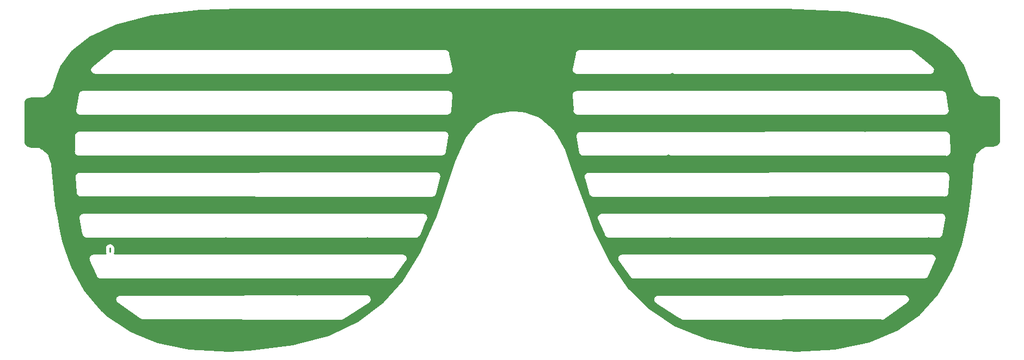
<source format=gbr>
G04 #@! TF.GenerationSoftware,KiCad,Pcbnew,(5.0.1)-3*
G04 #@! TF.CreationDate,2019-10-19T12:43:43+10:30*
G04 #@! TF.ProjectId,LED Glasses v2,4C454420476C61737365732076322E6B,rev?*
G04 #@! TF.SameCoordinates,Original*
G04 #@! TF.FileFunction,Copper,L2,Bot,Signal*
G04 #@! TF.FilePolarity,Positive*
%FSLAX46Y46*%
G04 Gerber Fmt 4.6, Leading zero omitted, Abs format (unit mm)*
G04 Created by KiCad (PCBNEW (5.0.1)-3) date 19/10/2019 12:43:43 PM*
%MOMM*%
%LPD*%
G01*
G04 APERTURE LIST*
G04 #@! TA.AperFunction,ViaPad*
%ADD10C,0.800000*%
G04 #@! TD*
G04 #@! TA.AperFunction,Conductor*
%ADD11C,0.250000*%
G04 #@! TD*
G04 #@! TA.AperFunction,Conductor*
%ADD12C,0.254000*%
G04 #@! TD*
G04 APERTURE END LIST*
D10*
G04 #@! TO.N,Net-(C1-Pad2)*
X233654600Y-106540300D03*
X224624900Y-128473200D03*
X208254600Y-128473200D03*
X197027800Y-128371600D03*
X185991500Y-128371600D03*
X187286900Y-120294400D03*
X196329300Y-120472200D03*
X207340200Y-120472200D03*
X218490800Y-120434100D03*
X227482400Y-120294400D03*
X217462100Y-115811300D03*
X207619600Y-115671600D03*
X196761100Y-115773200D03*
X186321700Y-115798600D03*
X176555400Y-115773200D03*
X187032900Y-107403900D03*
X196608700Y-107619800D03*
X207340200Y-107683300D03*
X218147900Y-107556300D03*
X228447600Y-107734100D03*
X217614500Y-103098600D03*
X208013300Y-102933500D03*
X197002400Y-102984300D03*
X187045600Y-102920800D03*
X175260000Y-103035100D03*
X187579000Y-94703900D03*
X196811900Y-94856300D03*
X207225900Y-95034100D03*
X217639900Y-94865000D03*
X227609400Y-94894400D03*
X219938600Y-89928700D03*
X208762600Y-89865200D03*
X196811900Y-89941400D03*
X187553600Y-89890600D03*
X176085500Y-89827100D03*
X140449300Y-89687400D03*
X129895600Y-89725500D03*
X122000000Y-89681144D03*
X111125000Y-89681144D03*
X97472500Y-94830900D03*
X107073700Y-94856300D03*
X118110000Y-94957900D03*
X128790700Y-94932500D03*
X139776200Y-94856300D03*
X154305000Y-102616000D03*
X140233400Y-102971600D03*
X129235200Y-103009700D03*
X118262400Y-102933500D03*
X107480100Y-102997000D03*
X97637600Y-102133400D03*
X91668600Y-102946200D03*
X107302300Y-107645200D03*
X118173500Y-107708700D03*
X129324100Y-107670600D03*
X139839700Y-107696000D03*
X152298400Y-107581700D03*
X140474700Y-115684300D03*
X129324100Y-115722400D03*
X118605300Y-115646200D03*
X107772200Y-115658900D03*
X98120200Y-114947700D03*
X107480100Y-120421400D03*
X118173500Y-120319800D03*
X128917700Y-120383300D03*
X140233400Y-120332500D03*
X148767800Y-120065800D03*
X129298700Y-128562100D03*
X118745000Y-128587500D03*
X107327700Y-128397000D03*
G04 #@! TD*
D11*
G04 #@! TO.N,*
X100139500Y-121589800D02*
X100139500Y-121780300D01*
X100139500Y-121780300D02*
X100139500Y-122135900D01*
G04 #@! TD*
D12*
G04 #@! TO.N,Net-(C1-Pad2)*
G36*
X214721190Y-84834350D02*
X221250684Y-85923755D01*
X226483945Y-87670153D01*
X228011934Y-88447020D01*
X230981864Y-90659621D01*
X232824053Y-93081706D01*
X233849102Y-95800182D01*
X233914852Y-96114342D01*
X233913112Y-96125322D01*
X233944713Y-96257016D01*
X233957352Y-96317408D01*
X233961593Y-96327366D01*
X233964117Y-96337883D01*
X233989928Y-96393889D01*
X234043013Y-96518520D01*
X234050953Y-96526303D01*
X234325477Y-97121978D01*
X234328072Y-97125551D01*
X234342097Y-97161955D01*
X234394621Y-97217170D01*
X234453943Y-97298840D01*
X234517733Y-97337941D01*
X235214909Y-97829393D01*
X235220195Y-97837305D01*
X235334105Y-97913417D01*
X235385790Y-97949851D01*
X235394252Y-97953606D01*
X235463317Y-97999754D01*
X235526609Y-98012344D01*
X235585594Y-98038520D01*
X235668631Y-98040594D01*
X235677712Y-98042400D01*
X235740958Y-98042400D01*
X235877903Y-98045820D01*
X235886780Y-98042400D01*
X237535410Y-98042400D01*
X238119875Y-98194869D01*
X238406001Y-98492441D01*
X238406000Y-105070003D01*
X237997525Y-105459749D01*
X237493653Y-105652900D01*
X236312712Y-105652900D01*
X236098317Y-105695546D01*
X235855195Y-105857995D01*
X235822209Y-105907362D01*
X234905162Y-106691998D01*
X234794990Y-106785397D01*
X234760467Y-106852542D01*
X234713780Y-106911872D01*
X234674714Y-107050862D01*
X234306534Y-108338249D01*
X234304438Y-108363690D01*
X234303077Y-108368752D01*
X234299164Y-108427702D01*
X234288584Y-108556105D01*
X234290287Y-108561413D01*
X234252093Y-109136754D01*
X234009159Y-112253041D01*
X233540343Y-116147383D01*
X233163970Y-117882771D01*
X232496554Y-120940347D01*
X231312270Y-124085161D01*
X231311875Y-124085799D01*
X231286682Y-124153109D01*
X231261510Y-124219952D01*
X231261388Y-124220687D01*
X230913484Y-125150207D01*
X228785562Y-128732492D01*
X225845753Y-131939970D01*
X222563735Y-134253441D01*
X218136431Y-136142218D01*
X212879647Y-137235646D01*
X206817495Y-137538568D01*
X199349381Y-136997540D01*
X193001943Y-135632022D01*
X191191168Y-134891887D01*
X191190876Y-134891694D01*
X191123426Y-134864198D01*
X191057472Y-134837240D01*
X191057136Y-134837175D01*
X187972810Y-133579850D01*
X184013428Y-130960458D01*
X182593892Y-129547656D01*
X184623858Y-129547656D01*
X184639556Y-129626279D01*
X184640990Y-129706442D01*
X184667906Y-129768271D01*
X184681109Y-129834398D01*
X184725699Y-129901029D01*
X184757701Y-129974540D01*
X184806228Y-130021362D01*
X184843732Y-130077403D01*
X184910426Y-130121897D01*
X184915011Y-130126321D01*
X184970656Y-130162079D01*
X185086971Y-130239677D01*
X185093391Y-130240949D01*
X188659620Y-132532631D01*
X188697552Y-132589244D01*
X188940882Y-132751382D01*
X189155331Y-132793753D01*
X219965842Y-132754363D01*
X220080759Y-132797840D01*
X220373017Y-132788775D01*
X220572283Y-132698901D01*
X224200064Y-130108686D01*
X224289161Y-130049061D01*
X224451435Y-129805822D01*
X224508274Y-129518999D01*
X224451023Y-129232257D01*
X224288400Y-128989252D01*
X224045161Y-128826978D01*
X223830735Y-128784486D01*
X185512377Y-128812019D01*
X185506285Y-128809622D01*
X185366453Y-128812123D01*
X185300340Y-128812171D01*
X185294095Y-128813418D01*
X185213932Y-128814852D01*
X185152103Y-128841768D01*
X185085976Y-128854971D01*
X185019345Y-128899561D01*
X184945834Y-128931563D01*
X184899013Y-128980090D01*
X184842971Y-129017594D01*
X184798477Y-129084288D01*
X184742806Y-129141987D01*
X184718119Y-129204740D01*
X184680697Y-129260833D01*
X184665112Y-129339479D01*
X184635760Y-129414089D01*
X184636966Y-129481509D01*
X184623858Y-129547656D01*
X182593892Y-129547656D01*
X180754505Y-127716996D01*
X177960882Y-123700622D01*
X177701510Y-123175337D01*
X179035545Y-123175337D01*
X179051731Y-123256679D01*
X179053780Y-123339596D01*
X179079993Y-123398705D01*
X179092611Y-123462116D01*
X179138694Y-123531073D01*
X179142397Y-123539423D01*
X179178891Y-123591222D01*
X179255078Y-123705226D01*
X179262883Y-123710440D01*
X180967330Y-126129724D01*
X180994293Y-126155387D01*
X180994616Y-126155870D01*
X180995239Y-126156287D01*
X181125672Y-126280428D01*
X181398497Y-126385617D01*
X181690808Y-126378393D01*
X181729337Y-126361307D01*
X226858627Y-126382263D01*
X227073042Y-126339717D01*
X227316239Y-126177381D01*
X227321943Y-126168853D01*
X227324160Y-126167440D01*
X227449503Y-125988350D01*
X227462615Y-125958534D01*
X227478801Y-125934334D01*
X227483400Y-125911268D01*
X228491835Y-123618100D01*
X228598488Y-123458456D01*
X228655511Y-123171670D01*
X228598445Y-122884891D01*
X228435978Y-122641781D01*
X228192844Y-122479350D01*
X227978446Y-122436720D01*
X227947975Y-122436722D01*
X227899823Y-122426058D01*
X227839374Y-122436730D01*
X179921698Y-122440273D01*
X179912940Y-122436896D01*
X179775857Y-122440283D01*
X179712501Y-122440288D01*
X179703545Y-122442070D01*
X179620629Y-122444119D01*
X179561520Y-122470332D01*
X179498109Y-122482950D01*
X179429153Y-122529032D01*
X179353333Y-122562656D01*
X179308757Y-122609491D01*
X179254999Y-122645417D01*
X179208924Y-122714384D01*
X179151745Y-122774461D01*
X179128486Y-122834787D01*
X179092568Y-122888551D01*
X179076393Y-122969900D01*
X179046557Y-123047285D01*
X179048154Y-123111922D01*
X179035545Y-123175337D01*
X177701510Y-123175337D01*
X175449160Y-118613843D01*
X174788377Y-116803160D01*
X175847418Y-116803160D01*
X175848487Y-116808547D01*
X175847491Y-116813950D01*
X175876916Y-116951756D01*
X175904351Y-117089964D01*
X175948297Y-117155788D01*
X176898753Y-119362416D01*
X176939106Y-119565223D01*
X177101570Y-119808336D01*
X177344701Y-119970770D01*
X177559099Y-120013404D01*
X177610725Y-120013401D01*
X177672048Y-120024708D01*
X177725034Y-120013394D01*
X228864658Y-120010389D01*
X228884311Y-120017786D01*
X229176555Y-120008225D01*
X229442895Y-119887555D01*
X229642782Y-119674147D01*
X229719787Y-119469564D01*
X230105117Y-117135956D01*
X230121830Y-117110964D01*
X230178986Y-116824203D01*
X230145645Y-116656245D01*
X230144894Y-116633295D01*
X230138122Y-116618348D01*
X230122053Y-116537399D01*
X230057932Y-116441355D01*
X230024224Y-116366955D01*
X229981620Y-116327051D01*
X229959698Y-116294214D01*
X229913774Y-116263503D01*
X229810816Y-116167068D01*
X229537158Y-116064064D01*
X229244913Y-116073625D01*
X229211354Y-116088829D01*
X176664154Y-116068477D01*
X176586316Y-116054125D01*
X176448501Y-116083552D01*
X176310302Y-116110985D01*
X176305732Y-116114036D01*
X176300360Y-116115183D01*
X176184340Y-116195080D01*
X176067117Y-116273340D01*
X176064062Y-116277909D01*
X176059538Y-116281024D01*
X175982903Y-116399270D01*
X175904574Y-116516399D01*
X175903500Y-116521785D01*
X175900511Y-116526398D01*
X175874949Y-116665031D01*
X175847418Y-116803160D01*
X174788377Y-116803160D01*
X172824141Y-111420753D01*
X172479913Y-110432159D01*
X173806853Y-110432159D01*
X173826677Y-110531446D01*
X173828731Y-110558815D01*
X173840822Y-110602290D01*
X173864105Y-110718901D01*
X173879758Y-110742291D01*
X174554446Y-113168230D01*
X174562828Y-113184828D01*
X174569392Y-113217739D01*
X174610404Y-113279047D01*
X174652978Y-113363359D01*
X174685553Y-113391386D01*
X174731970Y-113460774D01*
X174975179Y-113623094D01*
X175189596Y-113665626D01*
X229648247Y-113636663D01*
X229801186Y-113678209D01*
X230091214Y-113641042D01*
X230344943Y-113495715D01*
X230523743Y-113264353D01*
X230537918Y-113212171D01*
X230554074Y-113187964D01*
X230580006Y-113057234D01*
X230581047Y-113053402D01*
X230581197Y-113051231D01*
X230610967Y-112901152D01*
X230596543Y-112828840D01*
X230761205Y-110442615D01*
X230771449Y-110390922D01*
X230742310Y-110244983D01*
X230735671Y-110193177D01*
X230729983Y-110183246D01*
X230714196Y-110104180D01*
X230551571Y-109861176D01*
X230308332Y-109698903D01*
X230093906Y-109656412D01*
X174673770Y-109696532D01*
X174647035Y-109687738D01*
X174528455Y-109696637D01*
X174483331Y-109696670D01*
X174456417Y-109702044D01*
X174355454Y-109709621D01*
X174314243Y-109730431D01*
X174268967Y-109739471D01*
X174184819Y-109795785D01*
X174094442Y-109841422D01*
X174064332Y-109876418D01*
X174025963Y-109902096D01*
X173969772Y-109986324D01*
X173903738Y-110063074D01*
X173889312Y-110106929D01*
X173863690Y-110145336D01*
X173844009Y-110244654D01*
X173812372Y-110340833D01*
X173815827Y-110386872D01*
X173806853Y-110432159D01*
X172479913Y-110432159D01*
X171007008Y-106202114D01*
X170985373Y-106137549D01*
X170983209Y-106133766D01*
X170981779Y-106129660D01*
X170947343Y-106071079D01*
X169796745Y-104059994D01*
X172538069Y-104059994D01*
X172564323Y-104191784D01*
X172984387Y-106721525D01*
X173061577Y-106926039D01*
X173261657Y-107139266D01*
X173528104Y-107259696D01*
X173820358Y-107268993D01*
X173914852Y-107233328D01*
X229984886Y-107293452D01*
X230214240Y-107331824D01*
X230499145Y-107266036D01*
X230737186Y-107096229D01*
X230892124Y-106848253D01*
X230928194Y-106632654D01*
X230849930Y-104074434D01*
X230856086Y-104043440D01*
X230847693Y-104001307D01*
X230847078Y-103981209D01*
X230822396Y-103874319D01*
X230798960Y-103756673D01*
X230636442Y-103513597D01*
X230393274Y-103351217D01*
X230178867Y-103308632D01*
X173299036Y-103324779D01*
X173164710Y-103320506D01*
X173084532Y-103350768D01*
X173000488Y-103367510D01*
X172949043Y-103401905D01*
X172891145Y-103423758D01*
X172828653Y-103482397D01*
X172757412Y-103530028D01*
X172723045Y-103581493D01*
X172677918Y-103623838D01*
X172642623Y-103701928D01*
X172595032Y-103773196D01*
X172582976Y-103833894D01*
X172557488Y-103890286D01*
X172554763Y-103975941D01*
X172538069Y-104059994D01*
X169796745Y-104059994D01*
X169322281Y-103230698D01*
X169307815Y-103178524D01*
X169250332Y-103104941D01*
X169240619Y-103087964D01*
X169205863Y-103048017D01*
X169173244Y-103006262D01*
X169158418Y-102993486D01*
X169097136Y-102923051D01*
X169048676Y-102898916D01*
X167195401Y-101301865D01*
X167154115Y-101247386D01*
X167085720Y-101207349D01*
X167081599Y-101203797D01*
X167023347Y-101170836D01*
X166965466Y-101136953D01*
X166960314Y-101135170D01*
X166891348Y-101096146D01*
X166823510Y-101087813D01*
X164671261Y-100342782D01*
X164656131Y-100330672D01*
X164533739Y-100295176D01*
X164483019Y-100277619D01*
X164464314Y-100275042D01*
X164446187Y-100269785D01*
X164392736Y-100265181D01*
X164266470Y-100247786D01*
X164247718Y-100252690D01*
X162897476Y-100136389D01*
X162879100Y-100128061D01*
X162752501Y-100123902D01*
X162699801Y-100119363D01*
X162680264Y-100121529D01*
X162660623Y-100120884D01*
X162608447Y-100129492D01*
X162482537Y-100143453D01*
X162464860Y-100153182D01*
X159747983Y-100601423D01*
X159683197Y-100597737D01*
X159605114Y-100624994D01*
X159596339Y-100626442D01*
X159536868Y-100648818D01*
X159476815Y-100669781D01*
X159469144Y-100674299D01*
X159391746Y-100703419D01*
X159344384Y-100747769D01*
X157350554Y-101921916D01*
X157294683Y-101938855D01*
X157225741Y-101995417D01*
X157212506Y-102003211D01*
X157169887Y-102041241D01*
X157125686Y-102077505D01*
X157115931Y-102089388D01*
X157049405Y-102148751D01*
X157024038Y-102201326D01*
X155596924Y-103939745D01*
X155575680Y-103952964D01*
X155504663Y-104052131D01*
X155474104Y-104089356D01*
X155462608Y-104110856D01*
X155448407Y-104130686D01*
X155428534Y-104174583D01*
X155371031Y-104282125D01*
X155368575Y-104307019D01*
X153835823Y-107692579D01*
X153818177Y-107722941D01*
X153806036Y-107758372D01*
X153790594Y-107792481D01*
X153782633Y-107826671D01*
X152548961Y-111426967D01*
X150750598Y-116666113D01*
X150304032Y-117668961D01*
X150300469Y-117673997D01*
X150296749Y-117682341D01*
X150291660Y-117689923D01*
X150267319Y-117748348D01*
X148269419Y-122229320D01*
X145523936Y-126625850D01*
X142464987Y-130036537D01*
X138660134Y-132890956D01*
X134065921Y-135077231D01*
X128543341Y-136587962D01*
X121732281Y-137427497D01*
X118618165Y-137539221D01*
X112392750Y-137219757D01*
X107489600Y-136204913D01*
X104210888Y-134864722D01*
X103252824Y-134471563D01*
X99814430Y-132152655D01*
X98816626Y-131252198D01*
X97393704Y-129547656D01*
X100946639Y-129547656D01*
X100959424Y-129611692D01*
X100957976Y-129676977D01*
X100987776Y-129753692D01*
X101003890Y-129834398D01*
X101040207Y-129888666D01*
X101063852Y-129949535D01*
X101120743Y-130009008D01*
X101166514Y-130077403D01*
X101281096Y-130153846D01*
X104688585Y-132541669D01*
X104693003Y-132548300D01*
X104808042Y-132625380D01*
X104861065Y-132662536D01*
X104868161Y-132665662D01*
X104935917Y-132711060D01*
X105000673Y-132724027D01*
X105061115Y-132750649D01*
X105142657Y-132752458D01*
X105150257Y-132753980D01*
X105214979Y-132754063D01*
X105353444Y-132757135D01*
X105360872Y-132754250D01*
X136153182Y-132793655D01*
X136294253Y-132795767D01*
X136367577Y-132766673D01*
X136444967Y-132751382D01*
X136562424Y-132673117D01*
X140502389Y-130124981D01*
X140576032Y-130053509D01*
X140582681Y-130049060D01*
X140586472Y-130043378D01*
X140659255Y-129972741D01*
X140706349Y-129863691D01*
X140744956Y-129805822D01*
X140756502Y-129747559D01*
X140775182Y-129704303D01*
X140776008Y-129649123D01*
X140801794Y-129518999D01*
X140744543Y-129232257D01*
X140581919Y-128989252D01*
X140338681Y-128826977D01*
X140124255Y-128784486D01*
X101703910Y-128812113D01*
X101566178Y-128809057D01*
X101489463Y-128838857D01*
X101408757Y-128854971D01*
X101354489Y-128891288D01*
X101293620Y-128914933D01*
X101234147Y-128971824D01*
X101165752Y-129017595D01*
X101129514Y-129071913D01*
X101082324Y-129117054D01*
X101049150Y-129192373D01*
X101003477Y-129260833D01*
X100990784Y-129324888D01*
X100964462Y-129384649D01*
X100962636Y-129466928D01*
X100946639Y-129547656D01*
X97393704Y-129547656D01*
X96183986Y-128098515D01*
X94222962Y-124537723D01*
X93742546Y-123175337D01*
X96782669Y-123175337D01*
X96784522Y-123184649D01*
X96782903Y-123194005D01*
X96812989Y-123327709D01*
X96839735Y-123462116D01*
X96885874Y-123531157D01*
X97924252Y-125870892D01*
X97936902Y-125934334D01*
X97982985Y-126003233D01*
X97986674Y-126011545D01*
X98023209Y-126063371D01*
X98099464Y-126177381D01*
X98107236Y-126182569D01*
X98112622Y-126190209D01*
X98228567Y-126263559D01*
X98342661Y-126339717D01*
X98351828Y-126341536D01*
X98359727Y-126346533D01*
X98494907Y-126369927D01*
X98557076Y-126382263D01*
X98566166Y-126382259D01*
X98647845Y-126396394D01*
X98710961Y-126382191D01*
X143847930Y-126361218D01*
X143980496Y-126366035D01*
X144062438Y-126335530D01*
X144148187Y-126318432D01*
X144198169Y-126285001D01*
X144254524Y-126264022D01*
X144318555Y-126204481D01*
X144391234Y-126155870D01*
X144464894Y-126045519D01*
X146146980Y-123715915D01*
X146168415Y-123701590D01*
X146330846Y-123458456D01*
X146347271Y-123375851D01*
X146359976Y-123348076D01*
X146361582Y-123303875D01*
X146387869Y-123171670D01*
X146369703Y-123080380D01*
X146370594Y-123055869D01*
X146358202Y-123022581D01*
X146330803Y-122884891D01*
X146276938Y-122804289D01*
X146268581Y-122781841D01*
X146244960Y-122756439D01*
X146168336Y-122641781D01*
X146089154Y-122588882D01*
X146069467Y-122567710D01*
X146031395Y-122550294D01*
X145925202Y-122479350D01*
X145838705Y-122462151D01*
X145803565Y-122446077D01*
X145747643Y-122444045D01*
X145710804Y-122436720D01*
X145546394Y-122436732D01*
X145511357Y-122435459D01*
X145507929Y-122436735D01*
X100850326Y-122440037D01*
X100855404Y-122432437D01*
X100899500Y-122210751D01*
X100899500Y-121514948D01*
X100855404Y-121293263D01*
X100687429Y-121041871D01*
X100436036Y-120873896D01*
X100139500Y-120814911D01*
X99842963Y-120873896D01*
X99591571Y-121041871D01*
X99423596Y-121293264D01*
X99379500Y-121514949D01*
X99379500Y-122210752D01*
X99423596Y-122432437D01*
X99428745Y-122440142D01*
X97595166Y-122440278D01*
X97513344Y-122426118D01*
X97379646Y-122456203D01*
X97245233Y-122482950D01*
X97237339Y-122488225D01*
X97228075Y-122490310D01*
X97116065Y-122569271D01*
X97002123Y-122645417D01*
X96996848Y-122653313D01*
X96989087Y-122658784D01*
X96915825Y-122774592D01*
X96839692Y-122888551D01*
X96837840Y-122897865D01*
X96832764Y-122905889D01*
X96809395Y-123040922D01*
X96782669Y-123175337D01*
X93742546Y-123175337D01*
X92782181Y-120451894D01*
X92299144Y-117969667D01*
X92299145Y-117969253D01*
X92285346Y-117898762D01*
X92271569Y-117827966D01*
X92271412Y-117827582D01*
X92070873Y-116803160D01*
X95251247Y-116803160D01*
X95278408Y-116939982D01*
X95697093Y-119268467D01*
X95695726Y-119275339D01*
X95722907Y-119412031D01*
X95734536Y-119476702D01*
X95737030Y-119483052D01*
X95752754Y-119562125D01*
X95789963Y-119617819D01*
X95814451Y-119680166D01*
X95870401Y-119738219D01*
X95915188Y-119805256D01*
X95970877Y-119842471D01*
X96017361Y-119890702D01*
X96091270Y-119922925D01*
X96158301Y-119967720D01*
X96223993Y-119980791D01*
X96285394Y-120007561D01*
X96366008Y-120009048D01*
X96372693Y-120010378D01*
X96438340Y-120010382D01*
X96577746Y-120012953D01*
X96584270Y-120010390D01*
X147676993Y-120013395D01*
X147744302Y-120027730D01*
X147821772Y-120013404D01*
X147826752Y-120013404D01*
X147892899Y-120000250D01*
X148031826Y-119974559D01*
X148036126Y-119971769D01*
X148041150Y-119970770D01*
X148158588Y-119892310D01*
X148277117Y-119815404D01*
X148280021Y-119811182D01*
X148284281Y-119808336D01*
X148362779Y-119690870D01*
X148401002Y-119635303D01*
X148402969Y-119630730D01*
X148446745Y-119565223D01*
X148460175Y-119497724D01*
X149381307Y-117356084D01*
X149384394Y-117354023D01*
X149546937Y-117110964D01*
X149604093Y-116824203D01*
X149547160Y-116537399D01*
X149384805Y-116294214D01*
X149141746Y-116131671D01*
X149138144Y-116130953D01*
X149114991Y-116115027D01*
X148829003Y-116054120D01*
X148641300Y-116088831D01*
X96007562Y-116068454D01*
X95868023Y-116065880D01*
X95793089Y-116095312D01*
X95714131Y-116110986D01*
X95658324Y-116148244D01*
X95595862Y-116172777D01*
X95537898Y-116228642D01*
X95470946Y-116273340D01*
X95433643Y-116329121D01*
X95385326Y-116375688D01*
X95353152Y-116449483D01*
X95308403Y-116516399D01*
X95295287Y-116582207D01*
X95268467Y-116643721D01*
X95266982Y-116724213D01*
X95251247Y-116803160D01*
X92070873Y-116803160D01*
X91687661Y-114845587D01*
X91319694Y-111216907D01*
X91247548Y-110432159D01*
X94643108Y-110432159D01*
X94662300Y-110528278D01*
X94816337Y-112853130D01*
X94806758Y-112901152D01*
X94825918Y-112997746D01*
X94827550Y-113022372D01*
X94839975Y-113068611D01*
X94863650Y-113187965D01*
X94877706Y-113209026D01*
X94884277Y-113233478D01*
X94958420Y-113329962D01*
X95025970Y-113431173D01*
X95047015Y-113445251D01*
X95062444Y-113465329D01*
X95167874Y-113526099D01*
X95269006Y-113593751D01*
X95293836Y-113598704D01*
X95315774Y-113611349D01*
X95436430Y-113627147D01*
X95483378Y-113636511D01*
X95508053Y-113636524D01*
X95605700Y-113649309D01*
X95652992Y-113636601D01*
X150186987Y-113665576D01*
X150311436Y-113672938D01*
X150401654Y-113641672D01*
X150495310Y-113623094D01*
X150538571Y-113594221D01*
X150587716Y-113577189D01*
X150659101Y-113513778D01*
X150738518Y-113460774D01*
X150767437Y-113417543D01*
X150806323Y-113383001D01*
X150848008Y-113297098D01*
X150901096Y-113217738D01*
X150925482Y-113095483D01*
X151542894Y-110731200D01*
X151578556Y-110677745D01*
X151635394Y-110390922D01*
X151578141Y-110104181D01*
X151415516Y-109861176D01*
X151172277Y-109698903D01*
X150957851Y-109656412D01*
X95440150Y-109696583D01*
X95342962Y-109683858D01*
X95225001Y-109715555D01*
X95105223Y-109739471D01*
X95084574Y-109753290D01*
X95060578Y-109759738D01*
X94963730Y-109834162D01*
X94862218Y-109902096D01*
X94848428Y-109922766D01*
X94828728Y-109937905D01*
X94767732Y-110043727D01*
X94699945Y-110145336D01*
X94695116Y-110169708D01*
X94682707Y-110191235D01*
X94666850Y-110312347D01*
X94643108Y-110432159D01*
X91247548Y-110432159D01*
X91073086Y-108534527D01*
X91055329Y-108474592D01*
X90696813Y-107220995D01*
X90657731Y-107081950D01*
X90611041Y-107022616D01*
X90576521Y-106955477D01*
X90466475Y-106862184D01*
X90071082Y-106523882D01*
X94510766Y-106523882D01*
X94537765Y-106659294D01*
X94561774Y-106795298D01*
X94566296Y-106802393D01*
X94567940Y-106810639D01*
X94644697Y-106925402D01*
X94718931Y-107041874D01*
X94725822Y-107046697D01*
X94730498Y-107053688D01*
X94845344Y-107130351D01*
X94958486Y-107209539D01*
X94966698Y-107211358D01*
X94973693Y-107216027D01*
X95109149Y-107242908D01*
X95243969Y-107272768D01*
X95324703Y-107258516D01*
X151599504Y-107233198D01*
X151611679Y-107237755D01*
X151745225Y-107233133D01*
X151805088Y-107233106D01*
X151817499Y-107230632D01*
X151903905Y-107227641D01*
X151959527Y-107202313D01*
X152019464Y-107190363D01*
X152091329Y-107142297D01*
X152170015Y-107106468D01*
X152211711Y-107061783D01*
X152262513Y-107027805D01*
X152310516Y-106955894D01*
X152369499Y-106892682D01*
X152390920Y-106835444D01*
X152424853Y-106784610D01*
X152441683Y-106699803D01*
X152446117Y-106687954D01*
X152455755Y-106628888D01*
X152481769Y-106497802D01*
X152479227Y-106485052D01*
X152825293Y-104364304D01*
X152847879Y-104330509D01*
X152904955Y-104043732D01*
X152847941Y-103756944D01*
X152685518Y-103513804D01*
X152442414Y-103351329D01*
X152228023Y-103308660D01*
X95394362Y-103302551D01*
X95330098Y-103288318D01*
X95249561Y-103302536D01*
X95241595Y-103302535D01*
X95178385Y-103315101D01*
X95042150Y-103339152D01*
X95035234Y-103343560D01*
X95027195Y-103345158D01*
X94912222Y-103421962D01*
X94795574Y-103496309D01*
X94790872Y-103503027D01*
X94784055Y-103507581D01*
X94707214Y-103622555D01*
X94627909Y-103735863D01*
X94626136Y-103743868D01*
X94621580Y-103750685D01*
X94594583Y-103886332D01*
X94580640Y-103949287D01*
X94580468Y-103957256D01*
X94564505Y-104037462D01*
X94577338Y-104102016D01*
X94526724Y-106443467D01*
X94510766Y-106523882D01*
X90071082Y-106523882D01*
X89549303Y-106077443D01*
X89516316Y-106028074D01*
X89273194Y-105865625D01*
X89058799Y-105822979D01*
X87877856Y-105822979D01*
X87373986Y-105629829D01*
X86965511Y-105240083D01*
X86965511Y-100157983D01*
X94725943Y-100157983D01*
X94742527Y-100241301D01*
X94745093Y-100326215D01*
X94770798Y-100383329D01*
X94783025Y-100444758D01*
X94830232Y-100515388D01*
X94865097Y-100592855D01*
X94910703Y-100635786D01*
X94945507Y-100687859D01*
X95016148Y-100735046D01*
X95078005Y-100793275D01*
X95136569Y-100815486D01*
X95188650Y-100850275D01*
X95271971Y-100866837D01*
X95351405Y-100896963D01*
X95486469Y-100892882D01*
X152482905Y-100885339D01*
X152531482Y-100898234D01*
X152627828Y-100885320D01*
X152651230Y-100885317D01*
X152699431Y-100875723D01*
X152821291Y-100859389D01*
X152842062Y-100847332D01*
X152865620Y-100842643D01*
X152967843Y-100774320D01*
X153074175Y-100712597D01*
X153088753Y-100693507D01*
X153108720Y-100680161D01*
X153177016Y-100577920D01*
X153251633Y-100480204D01*
X153257794Y-100456992D01*
X153271137Y-100437018D01*
X153295110Y-100316415D01*
X153307716Y-100268925D01*
X153309192Y-100245573D01*
X153328144Y-100150228D01*
X153318332Y-100100934D01*
X153457705Y-97895453D01*
X153497419Y-97695944D01*
X153495810Y-97687845D01*
X171931960Y-97687845D01*
X171950837Y-97782813D01*
X172088420Y-99995932D01*
X172057708Y-100150228D01*
X172114715Y-100437018D01*
X172277131Y-100680161D01*
X172520232Y-100842643D01*
X172565927Y-100851739D01*
X172591636Y-100866697D01*
X172881405Y-100905838D01*
X172958921Y-100885347D01*
X230014672Y-100892893D01*
X230035704Y-100888712D01*
X230060855Y-100889489D01*
X230092996Y-100877324D01*
X230229072Y-100850275D01*
X230313545Y-100793849D01*
X230334324Y-100785984D01*
X230356432Y-100765201D01*
X230472216Y-100687859D01*
X230528869Y-100603095D01*
X230547366Y-100585707D01*
X230561617Y-100554099D01*
X230634697Y-100444758D01*
X230653496Y-100350313D01*
X230667548Y-100319147D01*
X230668989Y-100272479D01*
X230691780Y-100157983D01*
X230642293Y-99909026D01*
X230239225Y-97495480D01*
X230206694Y-97409529D01*
X230206619Y-97409154D01*
X230206463Y-97408921D01*
X230161846Y-97291038D01*
X229961568Y-97077996D01*
X229810863Y-97010049D01*
X229801104Y-97003526D01*
X229792674Y-97001848D01*
X229695008Y-96957814D01*
X229402747Y-96948787D01*
X229370952Y-96960821D01*
X172730820Y-96952956D01*
X172634860Y-96939994D01*
X172515627Y-96971513D01*
X172394672Y-96995556D01*
X172375019Y-97008683D01*
X172352169Y-97014724D01*
X172254076Y-97089471D01*
X172151527Y-97157971D01*
X172138394Y-97177620D01*
X172119595Y-97191945D01*
X172057575Y-97298538D01*
X171989044Y-97401070D01*
X171984430Y-97424250D01*
X171972544Y-97444678D01*
X171956035Y-97566897D01*
X171931960Y-97687845D01*
X153495810Y-97687845D01*
X153440414Y-97409154D01*
X153302697Y-97202985D01*
X153296622Y-97192519D01*
X153294753Y-97191092D01*
X153277998Y-97166009D01*
X153148964Y-97079765D01*
X153064229Y-97015060D01*
X153044202Y-97009744D01*
X153034899Y-97003526D01*
X152978436Y-96992287D01*
X152781615Y-96940042D01*
X152626567Y-96960824D01*
X96024268Y-96952968D01*
X96013461Y-96948869D01*
X95878480Y-96952948D01*
X95817240Y-96952939D01*
X95806212Y-96955131D01*
X95721193Y-96957700D01*
X95664166Y-96983366D01*
X95602839Y-96995556D01*
X95532117Y-97042797D01*
X95454554Y-97077705D01*
X95411692Y-97123237D01*
X95359694Y-97157971D01*
X95312431Y-97228684D01*
X95254134Y-97290613D01*
X95231960Y-97349080D01*
X95197211Y-97401070D01*
X95180607Y-97484486D01*
X95176618Y-97495003D01*
X95166486Y-97555426D01*
X95140127Y-97687845D01*
X95142380Y-97699179D01*
X94752285Y-100025462D01*
X94725943Y-100157983D01*
X86965511Y-100157983D01*
X86965511Y-98662518D01*
X87251636Y-98364949D01*
X87836102Y-98212479D01*
X89484731Y-98212479D01*
X89493608Y-98215899D01*
X89630534Y-98212479D01*
X89693799Y-98212479D01*
X89702884Y-98210672D01*
X89785916Y-98208598D01*
X89844897Y-98182424D01*
X89908194Y-98169833D01*
X89977261Y-98123684D01*
X89985720Y-98119930D01*
X90037389Y-98083508D01*
X90151316Y-98007384D01*
X90156603Y-97999472D01*
X90853792Y-97508011D01*
X90917567Y-97468919D01*
X90976885Y-97387255D01*
X91029414Y-97332035D01*
X91043440Y-97295629D01*
X91046034Y-97292057D01*
X91320559Y-96696383D01*
X91328498Y-96688600D01*
X91381575Y-96563988D01*
X91407394Y-96507964D01*
X91409919Y-96497442D01*
X91414159Y-96487487D01*
X91426796Y-96427107D01*
X91458399Y-96295402D01*
X91456659Y-96284421D01*
X91523511Y-95964994D01*
X92311288Y-93785828D01*
X97029153Y-93785828D01*
X97050824Y-93894946D01*
X97062045Y-94005636D01*
X97079102Y-94037329D01*
X97086112Y-94072627D01*
X97147892Y-94165148D01*
X97200618Y-94263117D01*
X97228503Y-94285868D01*
X97248488Y-94315798D01*
X97340978Y-94377638D01*
X97427176Y-94447968D01*
X97461642Y-94458316D01*
X97491561Y-94478320D01*
X97600678Y-94500059D01*
X97707227Y-94532048D01*
X97815592Y-94521063D01*
X152747657Y-94537514D01*
X152893052Y-94537745D01*
X152961731Y-94509425D01*
X153034595Y-94494954D01*
X153095579Y-94454232D01*
X153163373Y-94426277D01*
X153215987Y-94373830D01*
X153277765Y-94332578D01*
X153318523Y-94271620D01*
X153370460Y-94219847D01*
X153398999Y-94151257D01*
X153440287Y-94089505D01*
X153454614Y-94017592D01*
X153482786Y-93949883D01*
X153482904Y-93875592D01*
X153497418Y-93802739D01*
X171973070Y-93802739D01*
X171977187Y-93823405D01*
X171979212Y-93944517D01*
X172020078Y-94038692D01*
X172030201Y-94089505D01*
X172064180Y-94140325D01*
X172095608Y-94212751D01*
X172143706Y-94259267D01*
X172192722Y-94332578D01*
X172279256Y-94390361D01*
X172305793Y-94416025D01*
X172334896Y-94427514D01*
X172435893Y-94494954D01*
X172576438Y-94522867D01*
X172577769Y-94523392D01*
X172578981Y-94523372D01*
X172650301Y-94537536D01*
X227454577Y-94521107D01*
X227722681Y-94548591D01*
X228002827Y-94464828D01*
X228229594Y-94280233D01*
X228368458Y-94022909D01*
X228398277Y-93732033D01*
X228331022Y-93507098D01*
X228329421Y-93499062D01*
X228327971Y-93496893D01*
X228314514Y-93451887D01*
X228221393Y-93337493D01*
X228166899Y-93255989D01*
X228051531Y-93178953D01*
X225198409Y-90818366D01*
X225176926Y-90786214D01*
X225086611Y-90725868D01*
X225059787Y-90703674D01*
X225026566Y-90685746D01*
X224933804Y-90623765D01*
X224898811Y-90616804D01*
X224867415Y-90599862D01*
X224756441Y-90588485D01*
X224719409Y-90581119D01*
X224684589Y-90581119D01*
X224576540Y-90570042D01*
X224539493Y-90581119D01*
X173300008Y-90581119D01*
X173294080Y-90578779D01*
X173154091Y-90581119D01*
X173087797Y-90581119D01*
X173081715Y-90582329D01*
X173001719Y-90583666D01*
X172939704Y-90610577D01*
X172873402Y-90623765D01*
X172806878Y-90668215D01*
X172733485Y-90700063D01*
X172686491Y-90748655D01*
X172630280Y-90786214D01*
X172585828Y-90852740D01*
X172530212Y-90910248D01*
X172505391Y-90973124D01*
X172467831Y-91029336D01*
X172452222Y-91107808D01*
X172449946Y-91113573D01*
X172438108Y-91178761D01*
X172410786Y-91316119D01*
X172412030Y-91322372D01*
X171975558Y-93725953D01*
X171976549Y-93785222D01*
X171973070Y-93802739D01*
X153497418Y-93802739D01*
X153469205Y-93660682D01*
X153006830Y-91316715D01*
X153006948Y-91316119D01*
X152978532Y-91173262D01*
X152964643Y-91102854D01*
X152964418Y-91102309D01*
X152949903Y-91029336D01*
X152909222Y-90968452D01*
X152881311Y-90900766D01*
X152828790Y-90848078D01*
X152787454Y-90786214D01*
X152726570Y-90745533D01*
X152674881Y-90693679D01*
X152606194Y-90665100D01*
X152544332Y-90623765D01*
X152472518Y-90609480D01*
X152404917Y-90581353D01*
X152330520Y-90581235D01*
X152329937Y-90581119D01*
X152257457Y-90581119D01*
X152112517Y-90580889D01*
X152111959Y-90581119D01*
X100878662Y-90581119D01*
X100842037Y-90570123D01*
X100733568Y-90581119D01*
X100698325Y-90581119D01*
X100661695Y-90588405D01*
X100551127Y-90599614D01*
X100519339Y-90616722D01*
X100483930Y-90623765D01*
X100391519Y-90685512D01*
X100358638Y-90703208D01*
X100331462Y-90725641D01*
X100240808Y-90786214D01*
X100219562Y-90818011D01*
X97339387Y-93195503D01*
X97248805Y-93255989D01*
X97186966Y-93348477D01*
X97116635Y-93434677D01*
X97106287Y-93469143D01*
X97086283Y-93499062D01*
X97064545Y-93608177D01*
X97032555Y-93714728D01*
X97036185Y-93750533D01*
X97029153Y-93785828D01*
X92311288Y-93785828D01*
X92509004Y-93238903D01*
X94198720Y-90899813D01*
X97012884Y-88681864D01*
X101091025Y-86814205D01*
X106619348Y-85408848D01*
X114103241Y-84550087D01*
X120166750Y-84373320D01*
X205243817Y-84373320D01*
X214721190Y-84834350D01*
X214721190Y-84834350D01*
G37*
X214721190Y-84834350D02*
X221250684Y-85923755D01*
X226483945Y-87670153D01*
X228011934Y-88447020D01*
X230981864Y-90659621D01*
X232824053Y-93081706D01*
X233849102Y-95800182D01*
X233914852Y-96114342D01*
X233913112Y-96125322D01*
X233944713Y-96257016D01*
X233957352Y-96317408D01*
X233961593Y-96327366D01*
X233964117Y-96337883D01*
X233989928Y-96393889D01*
X234043013Y-96518520D01*
X234050953Y-96526303D01*
X234325477Y-97121978D01*
X234328072Y-97125551D01*
X234342097Y-97161955D01*
X234394621Y-97217170D01*
X234453943Y-97298840D01*
X234517733Y-97337941D01*
X235214909Y-97829393D01*
X235220195Y-97837305D01*
X235334105Y-97913417D01*
X235385790Y-97949851D01*
X235394252Y-97953606D01*
X235463317Y-97999754D01*
X235526609Y-98012344D01*
X235585594Y-98038520D01*
X235668631Y-98040594D01*
X235677712Y-98042400D01*
X235740958Y-98042400D01*
X235877903Y-98045820D01*
X235886780Y-98042400D01*
X237535410Y-98042400D01*
X238119875Y-98194869D01*
X238406001Y-98492441D01*
X238406000Y-105070003D01*
X237997525Y-105459749D01*
X237493653Y-105652900D01*
X236312712Y-105652900D01*
X236098317Y-105695546D01*
X235855195Y-105857995D01*
X235822209Y-105907362D01*
X234905162Y-106691998D01*
X234794990Y-106785397D01*
X234760467Y-106852542D01*
X234713780Y-106911872D01*
X234674714Y-107050862D01*
X234306534Y-108338249D01*
X234304438Y-108363690D01*
X234303077Y-108368752D01*
X234299164Y-108427702D01*
X234288584Y-108556105D01*
X234290287Y-108561413D01*
X234252093Y-109136754D01*
X234009159Y-112253041D01*
X233540343Y-116147383D01*
X233163970Y-117882771D01*
X232496554Y-120940347D01*
X231312270Y-124085161D01*
X231311875Y-124085799D01*
X231286682Y-124153109D01*
X231261510Y-124219952D01*
X231261388Y-124220687D01*
X230913484Y-125150207D01*
X228785562Y-128732492D01*
X225845753Y-131939970D01*
X222563735Y-134253441D01*
X218136431Y-136142218D01*
X212879647Y-137235646D01*
X206817495Y-137538568D01*
X199349381Y-136997540D01*
X193001943Y-135632022D01*
X191191168Y-134891887D01*
X191190876Y-134891694D01*
X191123426Y-134864198D01*
X191057472Y-134837240D01*
X191057136Y-134837175D01*
X187972810Y-133579850D01*
X184013428Y-130960458D01*
X182593892Y-129547656D01*
X184623858Y-129547656D01*
X184639556Y-129626279D01*
X184640990Y-129706442D01*
X184667906Y-129768271D01*
X184681109Y-129834398D01*
X184725699Y-129901029D01*
X184757701Y-129974540D01*
X184806228Y-130021362D01*
X184843732Y-130077403D01*
X184910426Y-130121897D01*
X184915011Y-130126321D01*
X184970656Y-130162079D01*
X185086971Y-130239677D01*
X185093391Y-130240949D01*
X188659620Y-132532631D01*
X188697552Y-132589244D01*
X188940882Y-132751382D01*
X189155331Y-132793753D01*
X219965842Y-132754363D01*
X220080759Y-132797840D01*
X220373017Y-132788775D01*
X220572283Y-132698901D01*
X224200064Y-130108686D01*
X224289161Y-130049061D01*
X224451435Y-129805822D01*
X224508274Y-129518999D01*
X224451023Y-129232257D01*
X224288400Y-128989252D01*
X224045161Y-128826978D01*
X223830735Y-128784486D01*
X185512377Y-128812019D01*
X185506285Y-128809622D01*
X185366453Y-128812123D01*
X185300340Y-128812171D01*
X185294095Y-128813418D01*
X185213932Y-128814852D01*
X185152103Y-128841768D01*
X185085976Y-128854971D01*
X185019345Y-128899561D01*
X184945834Y-128931563D01*
X184899013Y-128980090D01*
X184842971Y-129017594D01*
X184798477Y-129084288D01*
X184742806Y-129141987D01*
X184718119Y-129204740D01*
X184680697Y-129260833D01*
X184665112Y-129339479D01*
X184635760Y-129414089D01*
X184636966Y-129481509D01*
X184623858Y-129547656D01*
X182593892Y-129547656D01*
X180754505Y-127716996D01*
X177960882Y-123700622D01*
X177701510Y-123175337D01*
X179035545Y-123175337D01*
X179051731Y-123256679D01*
X179053780Y-123339596D01*
X179079993Y-123398705D01*
X179092611Y-123462116D01*
X179138694Y-123531073D01*
X179142397Y-123539423D01*
X179178891Y-123591222D01*
X179255078Y-123705226D01*
X179262883Y-123710440D01*
X180967330Y-126129724D01*
X180994293Y-126155387D01*
X180994616Y-126155870D01*
X180995239Y-126156287D01*
X181125672Y-126280428D01*
X181398497Y-126385617D01*
X181690808Y-126378393D01*
X181729337Y-126361307D01*
X226858627Y-126382263D01*
X227073042Y-126339717D01*
X227316239Y-126177381D01*
X227321943Y-126168853D01*
X227324160Y-126167440D01*
X227449503Y-125988350D01*
X227462615Y-125958534D01*
X227478801Y-125934334D01*
X227483400Y-125911268D01*
X228491835Y-123618100D01*
X228598488Y-123458456D01*
X228655511Y-123171670D01*
X228598445Y-122884891D01*
X228435978Y-122641781D01*
X228192844Y-122479350D01*
X227978446Y-122436720D01*
X227947975Y-122436722D01*
X227899823Y-122426058D01*
X227839374Y-122436730D01*
X179921698Y-122440273D01*
X179912940Y-122436896D01*
X179775857Y-122440283D01*
X179712501Y-122440288D01*
X179703545Y-122442070D01*
X179620629Y-122444119D01*
X179561520Y-122470332D01*
X179498109Y-122482950D01*
X179429153Y-122529032D01*
X179353333Y-122562656D01*
X179308757Y-122609491D01*
X179254999Y-122645417D01*
X179208924Y-122714384D01*
X179151745Y-122774461D01*
X179128486Y-122834787D01*
X179092568Y-122888551D01*
X179076393Y-122969900D01*
X179046557Y-123047285D01*
X179048154Y-123111922D01*
X179035545Y-123175337D01*
X177701510Y-123175337D01*
X175449160Y-118613843D01*
X174788377Y-116803160D01*
X175847418Y-116803160D01*
X175848487Y-116808547D01*
X175847491Y-116813950D01*
X175876916Y-116951756D01*
X175904351Y-117089964D01*
X175948297Y-117155788D01*
X176898753Y-119362416D01*
X176939106Y-119565223D01*
X177101570Y-119808336D01*
X177344701Y-119970770D01*
X177559099Y-120013404D01*
X177610725Y-120013401D01*
X177672048Y-120024708D01*
X177725034Y-120013394D01*
X228864658Y-120010389D01*
X228884311Y-120017786D01*
X229176555Y-120008225D01*
X229442895Y-119887555D01*
X229642782Y-119674147D01*
X229719787Y-119469564D01*
X230105117Y-117135956D01*
X230121830Y-117110964D01*
X230178986Y-116824203D01*
X230145645Y-116656245D01*
X230144894Y-116633295D01*
X230138122Y-116618348D01*
X230122053Y-116537399D01*
X230057932Y-116441355D01*
X230024224Y-116366955D01*
X229981620Y-116327051D01*
X229959698Y-116294214D01*
X229913774Y-116263503D01*
X229810816Y-116167068D01*
X229537158Y-116064064D01*
X229244913Y-116073625D01*
X229211354Y-116088829D01*
X176664154Y-116068477D01*
X176586316Y-116054125D01*
X176448501Y-116083552D01*
X176310302Y-116110985D01*
X176305732Y-116114036D01*
X176300360Y-116115183D01*
X176184340Y-116195080D01*
X176067117Y-116273340D01*
X176064062Y-116277909D01*
X176059538Y-116281024D01*
X175982903Y-116399270D01*
X175904574Y-116516399D01*
X175903500Y-116521785D01*
X175900511Y-116526398D01*
X175874949Y-116665031D01*
X175847418Y-116803160D01*
X174788377Y-116803160D01*
X172824141Y-111420753D01*
X172479913Y-110432159D01*
X173806853Y-110432159D01*
X173826677Y-110531446D01*
X173828731Y-110558815D01*
X173840822Y-110602290D01*
X173864105Y-110718901D01*
X173879758Y-110742291D01*
X174554446Y-113168230D01*
X174562828Y-113184828D01*
X174569392Y-113217739D01*
X174610404Y-113279047D01*
X174652978Y-113363359D01*
X174685553Y-113391386D01*
X174731970Y-113460774D01*
X174975179Y-113623094D01*
X175189596Y-113665626D01*
X229648247Y-113636663D01*
X229801186Y-113678209D01*
X230091214Y-113641042D01*
X230344943Y-113495715D01*
X230523743Y-113264353D01*
X230537918Y-113212171D01*
X230554074Y-113187964D01*
X230580006Y-113057234D01*
X230581047Y-113053402D01*
X230581197Y-113051231D01*
X230610967Y-112901152D01*
X230596543Y-112828840D01*
X230761205Y-110442615D01*
X230771449Y-110390922D01*
X230742310Y-110244983D01*
X230735671Y-110193177D01*
X230729983Y-110183246D01*
X230714196Y-110104180D01*
X230551571Y-109861176D01*
X230308332Y-109698903D01*
X230093906Y-109656412D01*
X174673770Y-109696532D01*
X174647035Y-109687738D01*
X174528455Y-109696637D01*
X174483331Y-109696670D01*
X174456417Y-109702044D01*
X174355454Y-109709621D01*
X174314243Y-109730431D01*
X174268967Y-109739471D01*
X174184819Y-109795785D01*
X174094442Y-109841422D01*
X174064332Y-109876418D01*
X174025963Y-109902096D01*
X173969772Y-109986324D01*
X173903738Y-110063074D01*
X173889312Y-110106929D01*
X173863690Y-110145336D01*
X173844009Y-110244654D01*
X173812372Y-110340833D01*
X173815827Y-110386872D01*
X173806853Y-110432159D01*
X172479913Y-110432159D01*
X171007008Y-106202114D01*
X170985373Y-106137549D01*
X170983209Y-106133766D01*
X170981779Y-106129660D01*
X170947343Y-106071079D01*
X169796745Y-104059994D01*
X172538069Y-104059994D01*
X172564323Y-104191784D01*
X172984387Y-106721525D01*
X173061577Y-106926039D01*
X173261657Y-107139266D01*
X173528104Y-107259696D01*
X173820358Y-107268993D01*
X173914852Y-107233328D01*
X229984886Y-107293452D01*
X230214240Y-107331824D01*
X230499145Y-107266036D01*
X230737186Y-107096229D01*
X230892124Y-106848253D01*
X230928194Y-106632654D01*
X230849930Y-104074434D01*
X230856086Y-104043440D01*
X230847693Y-104001307D01*
X230847078Y-103981209D01*
X230822396Y-103874319D01*
X230798960Y-103756673D01*
X230636442Y-103513597D01*
X230393274Y-103351217D01*
X230178867Y-103308632D01*
X173299036Y-103324779D01*
X173164710Y-103320506D01*
X173084532Y-103350768D01*
X173000488Y-103367510D01*
X172949043Y-103401905D01*
X172891145Y-103423758D01*
X172828653Y-103482397D01*
X172757412Y-103530028D01*
X172723045Y-103581493D01*
X172677918Y-103623838D01*
X172642623Y-103701928D01*
X172595032Y-103773196D01*
X172582976Y-103833894D01*
X172557488Y-103890286D01*
X172554763Y-103975941D01*
X172538069Y-104059994D01*
X169796745Y-104059994D01*
X169322281Y-103230698D01*
X169307815Y-103178524D01*
X169250332Y-103104941D01*
X169240619Y-103087964D01*
X169205863Y-103048017D01*
X169173244Y-103006262D01*
X169158418Y-102993486D01*
X169097136Y-102923051D01*
X169048676Y-102898916D01*
X167195401Y-101301865D01*
X167154115Y-101247386D01*
X167085720Y-101207349D01*
X167081599Y-101203797D01*
X167023347Y-101170836D01*
X166965466Y-101136953D01*
X166960314Y-101135170D01*
X166891348Y-101096146D01*
X166823510Y-101087813D01*
X164671261Y-100342782D01*
X164656131Y-100330672D01*
X164533739Y-100295176D01*
X164483019Y-100277619D01*
X164464314Y-100275042D01*
X164446187Y-100269785D01*
X164392736Y-100265181D01*
X164266470Y-100247786D01*
X164247718Y-100252690D01*
X162897476Y-100136389D01*
X162879100Y-100128061D01*
X162752501Y-100123902D01*
X162699801Y-100119363D01*
X162680264Y-100121529D01*
X162660623Y-100120884D01*
X162608447Y-100129492D01*
X162482537Y-100143453D01*
X162464860Y-100153182D01*
X159747983Y-100601423D01*
X159683197Y-100597737D01*
X159605114Y-100624994D01*
X159596339Y-100626442D01*
X159536868Y-100648818D01*
X159476815Y-100669781D01*
X159469144Y-100674299D01*
X159391746Y-100703419D01*
X159344384Y-100747769D01*
X157350554Y-101921916D01*
X157294683Y-101938855D01*
X157225741Y-101995417D01*
X157212506Y-102003211D01*
X157169887Y-102041241D01*
X157125686Y-102077505D01*
X157115931Y-102089388D01*
X157049405Y-102148751D01*
X157024038Y-102201326D01*
X155596924Y-103939745D01*
X155575680Y-103952964D01*
X155504663Y-104052131D01*
X155474104Y-104089356D01*
X155462608Y-104110856D01*
X155448407Y-104130686D01*
X155428534Y-104174583D01*
X155371031Y-104282125D01*
X155368575Y-104307019D01*
X153835823Y-107692579D01*
X153818177Y-107722941D01*
X153806036Y-107758372D01*
X153790594Y-107792481D01*
X153782633Y-107826671D01*
X152548961Y-111426967D01*
X150750598Y-116666113D01*
X150304032Y-117668961D01*
X150300469Y-117673997D01*
X150296749Y-117682341D01*
X150291660Y-117689923D01*
X150267319Y-117748348D01*
X148269419Y-122229320D01*
X145523936Y-126625850D01*
X142464987Y-130036537D01*
X138660134Y-132890956D01*
X134065921Y-135077231D01*
X128543341Y-136587962D01*
X121732281Y-137427497D01*
X118618165Y-137539221D01*
X112392750Y-137219757D01*
X107489600Y-136204913D01*
X104210888Y-134864722D01*
X103252824Y-134471563D01*
X99814430Y-132152655D01*
X98816626Y-131252198D01*
X97393704Y-129547656D01*
X100946639Y-129547656D01*
X100959424Y-129611692D01*
X100957976Y-129676977D01*
X100987776Y-129753692D01*
X101003890Y-129834398D01*
X101040207Y-129888666D01*
X101063852Y-129949535D01*
X101120743Y-130009008D01*
X101166514Y-130077403D01*
X101281096Y-130153846D01*
X104688585Y-132541669D01*
X104693003Y-132548300D01*
X104808042Y-132625380D01*
X104861065Y-132662536D01*
X104868161Y-132665662D01*
X104935917Y-132711060D01*
X105000673Y-132724027D01*
X105061115Y-132750649D01*
X105142657Y-132752458D01*
X105150257Y-132753980D01*
X105214979Y-132754063D01*
X105353444Y-132757135D01*
X105360872Y-132754250D01*
X136153182Y-132793655D01*
X136294253Y-132795767D01*
X136367577Y-132766673D01*
X136444967Y-132751382D01*
X136562424Y-132673117D01*
X140502389Y-130124981D01*
X140576032Y-130053509D01*
X140582681Y-130049060D01*
X140586472Y-130043378D01*
X140659255Y-129972741D01*
X140706349Y-129863691D01*
X140744956Y-129805822D01*
X140756502Y-129747559D01*
X140775182Y-129704303D01*
X140776008Y-129649123D01*
X140801794Y-129518999D01*
X140744543Y-129232257D01*
X140581919Y-128989252D01*
X140338681Y-128826977D01*
X140124255Y-128784486D01*
X101703910Y-128812113D01*
X101566178Y-128809057D01*
X101489463Y-128838857D01*
X101408757Y-128854971D01*
X101354489Y-128891288D01*
X101293620Y-128914933D01*
X101234147Y-128971824D01*
X101165752Y-129017595D01*
X101129514Y-129071913D01*
X101082324Y-129117054D01*
X101049150Y-129192373D01*
X101003477Y-129260833D01*
X100990784Y-129324888D01*
X100964462Y-129384649D01*
X100962636Y-129466928D01*
X100946639Y-129547656D01*
X97393704Y-129547656D01*
X96183986Y-128098515D01*
X94222962Y-124537723D01*
X93742546Y-123175337D01*
X96782669Y-123175337D01*
X96784522Y-123184649D01*
X96782903Y-123194005D01*
X96812989Y-123327709D01*
X96839735Y-123462116D01*
X96885874Y-123531157D01*
X97924252Y-125870892D01*
X97936902Y-125934334D01*
X97982985Y-126003233D01*
X97986674Y-126011545D01*
X98023209Y-126063371D01*
X98099464Y-126177381D01*
X98107236Y-126182569D01*
X98112622Y-126190209D01*
X98228567Y-126263559D01*
X98342661Y-126339717D01*
X98351828Y-126341536D01*
X98359727Y-126346533D01*
X98494907Y-126369927D01*
X98557076Y-126382263D01*
X98566166Y-126382259D01*
X98647845Y-126396394D01*
X98710961Y-126382191D01*
X143847930Y-126361218D01*
X143980496Y-126366035D01*
X144062438Y-126335530D01*
X144148187Y-126318432D01*
X144198169Y-126285001D01*
X144254524Y-126264022D01*
X144318555Y-126204481D01*
X144391234Y-126155870D01*
X144464894Y-126045519D01*
X146146980Y-123715915D01*
X146168415Y-123701590D01*
X146330846Y-123458456D01*
X146347271Y-123375851D01*
X146359976Y-123348076D01*
X146361582Y-123303875D01*
X146387869Y-123171670D01*
X146369703Y-123080380D01*
X146370594Y-123055869D01*
X146358202Y-123022581D01*
X146330803Y-122884891D01*
X146276938Y-122804289D01*
X146268581Y-122781841D01*
X146244960Y-122756439D01*
X146168336Y-122641781D01*
X146089154Y-122588882D01*
X146069467Y-122567710D01*
X146031395Y-122550294D01*
X145925202Y-122479350D01*
X145838705Y-122462151D01*
X145803565Y-122446077D01*
X145747643Y-122444045D01*
X145710804Y-122436720D01*
X145546394Y-122436732D01*
X145511357Y-122435459D01*
X145507929Y-122436735D01*
X100850326Y-122440037D01*
X100855404Y-122432437D01*
X100899500Y-122210751D01*
X100899500Y-121514948D01*
X100855404Y-121293263D01*
X100687429Y-121041871D01*
X100436036Y-120873896D01*
X100139500Y-120814911D01*
X99842963Y-120873896D01*
X99591571Y-121041871D01*
X99423596Y-121293264D01*
X99379500Y-121514949D01*
X99379500Y-122210752D01*
X99423596Y-122432437D01*
X99428745Y-122440142D01*
X97595166Y-122440278D01*
X97513344Y-122426118D01*
X97379646Y-122456203D01*
X97245233Y-122482950D01*
X97237339Y-122488225D01*
X97228075Y-122490310D01*
X97116065Y-122569271D01*
X97002123Y-122645417D01*
X96996848Y-122653313D01*
X96989087Y-122658784D01*
X96915825Y-122774592D01*
X96839692Y-122888551D01*
X96837840Y-122897865D01*
X96832764Y-122905889D01*
X96809395Y-123040922D01*
X96782669Y-123175337D01*
X93742546Y-123175337D01*
X92782181Y-120451894D01*
X92299144Y-117969667D01*
X92299145Y-117969253D01*
X92285346Y-117898762D01*
X92271569Y-117827966D01*
X92271412Y-117827582D01*
X92070873Y-116803160D01*
X95251247Y-116803160D01*
X95278408Y-116939982D01*
X95697093Y-119268467D01*
X95695726Y-119275339D01*
X95722907Y-119412031D01*
X95734536Y-119476702D01*
X95737030Y-119483052D01*
X95752754Y-119562125D01*
X95789963Y-119617819D01*
X95814451Y-119680166D01*
X95870401Y-119738219D01*
X95915188Y-119805256D01*
X95970877Y-119842471D01*
X96017361Y-119890702D01*
X96091270Y-119922925D01*
X96158301Y-119967720D01*
X96223993Y-119980791D01*
X96285394Y-120007561D01*
X96366008Y-120009048D01*
X96372693Y-120010378D01*
X96438340Y-120010382D01*
X96577746Y-120012953D01*
X96584270Y-120010390D01*
X147676993Y-120013395D01*
X147744302Y-120027730D01*
X147821772Y-120013404D01*
X147826752Y-120013404D01*
X147892899Y-120000250D01*
X148031826Y-119974559D01*
X148036126Y-119971769D01*
X148041150Y-119970770D01*
X148158588Y-119892310D01*
X148277117Y-119815404D01*
X148280021Y-119811182D01*
X148284281Y-119808336D01*
X148362779Y-119690870D01*
X148401002Y-119635303D01*
X148402969Y-119630730D01*
X148446745Y-119565223D01*
X148460175Y-119497724D01*
X149381307Y-117356084D01*
X149384394Y-117354023D01*
X149546937Y-117110964D01*
X149604093Y-116824203D01*
X149547160Y-116537399D01*
X149384805Y-116294214D01*
X149141746Y-116131671D01*
X149138144Y-116130953D01*
X149114991Y-116115027D01*
X148829003Y-116054120D01*
X148641300Y-116088831D01*
X96007562Y-116068454D01*
X95868023Y-116065880D01*
X95793089Y-116095312D01*
X95714131Y-116110986D01*
X95658324Y-116148244D01*
X95595862Y-116172777D01*
X95537898Y-116228642D01*
X95470946Y-116273340D01*
X95433643Y-116329121D01*
X95385326Y-116375688D01*
X95353152Y-116449483D01*
X95308403Y-116516399D01*
X95295287Y-116582207D01*
X95268467Y-116643721D01*
X95266982Y-116724213D01*
X95251247Y-116803160D01*
X92070873Y-116803160D01*
X91687661Y-114845587D01*
X91319694Y-111216907D01*
X91247548Y-110432159D01*
X94643108Y-110432159D01*
X94662300Y-110528278D01*
X94816337Y-112853130D01*
X94806758Y-112901152D01*
X94825918Y-112997746D01*
X94827550Y-113022372D01*
X94839975Y-113068611D01*
X94863650Y-113187965D01*
X94877706Y-113209026D01*
X94884277Y-113233478D01*
X94958420Y-113329962D01*
X95025970Y-113431173D01*
X95047015Y-113445251D01*
X95062444Y-113465329D01*
X95167874Y-113526099D01*
X95269006Y-113593751D01*
X95293836Y-113598704D01*
X95315774Y-113611349D01*
X95436430Y-113627147D01*
X95483378Y-113636511D01*
X95508053Y-113636524D01*
X95605700Y-113649309D01*
X95652992Y-113636601D01*
X150186987Y-113665576D01*
X150311436Y-113672938D01*
X150401654Y-113641672D01*
X150495310Y-113623094D01*
X150538571Y-113594221D01*
X150587716Y-113577189D01*
X150659101Y-113513778D01*
X150738518Y-113460774D01*
X150767437Y-113417543D01*
X150806323Y-113383001D01*
X150848008Y-113297098D01*
X150901096Y-113217738D01*
X150925482Y-113095483D01*
X151542894Y-110731200D01*
X151578556Y-110677745D01*
X151635394Y-110390922D01*
X151578141Y-110104181D01*
X151415516Y-109861176D01*
X151172277Y-109698903D01*
X150957851Y-109656412D01*
X95440150Y-109696583D01*
X95342962Y-109683858D01*
X95225001Y-109715555D01*
X95105223Y-109739471D01*
X95084574Y-109753290D01*
X95060578Y-109759738D01*
X94963730Y-109834162D01*
X94862218Y-109902096D01*
X94848428Y-109922766D01*
X94828728Y-109937905D01*
X94767732Y-110043727D01*
X94699945Y-110145336D01*
X94695116Y-110169708D01*
X94682707Y-110191235D01*
X94666850Y-110312347D01*
X94643108Y-110432159D01*
X91247548Y-110432159D01*
X91073086Y-108534527D01*
X91055329Y-108474592D01*
X90696813Y-107220995D01*
X90657731Y-107081950D01*
X90611041Y-107022616D01*
X90576521Y-106955477D01*
X90466475Y-106862184D01*
X90071082Y-106523882D01*
X94510766Y-106523882D01*
X94537765Y-106659294D01*
X94561774Y-106795298D01*
X94566296Y-106802393D01*
X94567940Y-106810639D01*
X94644697Y-106925402D01*
X94718931Y-107041874D01*
X94725822Y-107046697D01*
X94730498Y-107053688D01*
X94845344Y-107130351D01*
X94958486Y-107209539D01*
X94966698Y-107211358D01*
X94973693Y-107216027D01*
X95109149Y-107242908D01*
X95243969Y-107272768D01*
X95324703Y-107258516D01*
X151599504Y-107233198D01*
X151611679Y-107237755D01*
X151745225Y-107233133D01*
X151805088Y-107233106D01*
X151817499Y-107230632D01*
X151903905Y-107227641D01*
X151959527Y-107202313D01*
X152019464Y-107190363D01*
X152091329Y-107142297D01*
X152170015Y-107106468D01*
X152211711Y-107061783D01*
X152262513Y-107027805D01*
X152310516Y-106955894D01*
X152369499Y-106892682D01*
X152390920Y-106835444D01*
X152424853Y-106784610D01*
X152441683Y-106699803D01*
X152446117Y-106687954D01*
X152455755Y-106628888D01*
X152481769Y-106497802D01*
X152479227Y-106485052D01*
X152825293Y-104364304D01*
X152847879Y-104330509D01*
X152904955Y-104043732D01*
X152847941Y-103756944D01*
X152685518Y-103513804D01*
X152442414Y-103351329D01*
X152228023Y-103308660D01*
X95394362Y-103302551D01*
X95330098Y-103288318D01*
X95249561Y-103302536D01*
X95241595Y-103302535D01*
X95178385Y-103315101D01*
X95042150Y-103339152D01*
X95035234Y-103343560D01*
X95027195Y-103345158D01*
X94912222Y-103421962D01*
X94795574Y-103496309D01*
X94790872Y-103503027D01*
X94784055Y-103507581D01*
X94707214Y-103622555D01*
X94627909Y-103735863D01*
X94626136Y-103743868D01*
X94621580Y-103750685D01*
X94594583Y-103886332D01*
X94580640Y-103949287D01*
X94580468Y-103957256D01*
X94564505Y-104037462D01*
X94577338Y-104102016D01*
X94526724Y-106443467D01*
X94510766Y-106523882D01*
X90071082Y-106523882D01*
X89549303Y-106077443D01*
X89516316Y-106028074D01*
X89273194Y-105865625D01*
X89058799Y-105822979D01*
X87877856Y-105822979D01*
X87373986Y-105629829D01*
X86965511Y-105240083D01*
X86965511Y-100157983D01*
X94725943Y-100157983D01*
X94742527Y-100241301D01*
X94745093Y-100326215D01*
X94770798Y-100383329D01*
X94783025Y-100444758D01*
X94830232Y-100515388D01*
X94865097Y-100592855D01*
X94910703Y-100635786D01*
X94945507Y-100687859D01*
X95016148Y-100735046D01*
X95078005Y-100793275D01*
X95136569Y-100815486D01*
X95188650Y-100850275D01*
X95271971Y-100866837D01*
X95351405Y-100896963D01*
X95486469Y-100892882D01*
X152482905Y-100885339D01*
X152531482Y-100898234D01*
X152627828Y-100885320D01*
X152651230Y-100885317D01*
X152699431Y-100875723D01*
X152821291Y-100859389D01*
X152842062Y-100847332D01*
X152865620Y-100842643D01*
X152967843Y-100774320D01*
X153074175Y-100712597D01*
X153088753Y-100693507D01*
X153108720Y-100680161D01*
X153177016Y-100577920D01*
X153251633Y-100480204D01*
X153257794Y-100456992D01*
X153271137Y-100437018D01*
X153295110Y-100316415D01*
X153307716Y-100268925D01*
X153309192Y-100245573D01*
X153328144Y-100150228D01*
X153318332Y-100100934D01*
X153457705Y-97895453D01*
X153497419Y-97695944D01*
X153495810Y-97687845D01*
X171931960Y-97687845D01*
X171950837Y-97782813D01*
X172088420Y-99995932D01*
X172057708Y-100150228D01*
X172114715Y-100437018D01*
X172277131Y-100680161D01*
X172520232Y-100842643D01*
X172565927Y-100851739D01*
X172591636Y-100866697D01*
X172881405Y-100905838D01*
X172958921Y-100885347D01*
X230014672Y-100892893D01*
X230035704Y-100888712D01*
X230060855Y-100889489D01*
X230092996Y-100877324D01*
X230229072Y-100850275D01*
X230313545Y-100793849D01*
X230334324Y-100785984D01*
X230356432Y-100765201D01*
X230472216Y-100687859D01*
X230528869Y-100603095D01*
X230547366Y-100585707D01*
X230561617Y-100554099D01*
X230634697Y-100444758D01*
X230653496Y-100350313D01*
X230667548Y-100319147D01*
X230668989Y-100272479D01*
X230691780Y-100157983D01*
X230642293Y-99909026D01*
X230239225Y-97495480D01*
X230206694Y-97409529D01*
X230206619Y-97409154D01*
X230206463Y-97408921D01*
X230161846Y-97291038D01*
X229961568Y-97077996D01*
X229810863Y-97010049D01*
X229801104Y-97003526D01*
X229792674Y-97001848D01*
X229695008Y-96957814D01*
X229402747Y-96948787D01*
X229370952Y-96960821D01*
X172730820Y-96952956D01*
X172634860Y-96939994D01*
X172515627Y-96971513D01*
X172394672Y-96995556D01*
X172375019Y-97008683D01*
X172352169Y-97014724D01*
X172254076Y-97089471D01*
X172151527Y-97157971D01*
X172138394Y-97177620D01*
X172119595Y-97191945D01*
X172057575Y-97298538D01*
X171989044Y-97401070D01*
X171984430Y-97424250D01*
X171972544Y-97444678D01*
X171956035Y-97566897D01*
X171931960Y-97687845D01*
X153495810Y-97687845D01*
X153440414Y-97409154D01*
X153302697Y-97202985D01*
X153296622Y-97192519D01*
X153294753Y-97191092D01*
X153277998Y-97166009D01*
X153148964Y-97079765D01*
X153064229Y-97015060D01*
X153044202Y-97009744D01*
X153034899Y-97003526D01*
X152978436Y-96992287D01*
X152781615Y-96940042D01*
X152626567Y-96960824D01*
X96024268Y-96952968D01*
X96013461Y-96948869D01*
X95878480Y-96952948D01*
X95817240Y-96952939D01*
X95806212Y-96955131D01*
X95721193Y-96957700D01*
X95664166Y-96983366D01*
X95602839Y-96995556D01*
X95532117Y-97042797D01*
X95454554Y-97077705D01*
X95411692Y-97123237D01*
X95359694Y-97157971D01*
X95312431Y-97228684D01*
X95254134Y-97290613D01*
X95231960Y-97349080D01*
X95197211Y-97401070D01*
X95180607Y-97484486D01*
X95176618Y-97495003D01*
X95166486Y-97555426D01*
X95140127Y-97687845D01*
X95142380Y-97699179D01*
X94752285Y-100025462D01*
X94725943Y-100157983D01*
X86965511Y-100157983D01*
X86965511Y-98662518D01*
X87251636Y-98364949D01*
X87836102Y-98212479D01*
X89484731Y-98212479D01*
X89493608Y-98215899D01*
X89630534Y-98212479D01*
X89693799Y-98212479D01*
X89702884Y-98210672D01*
X89785916Y-98208598D01*
X89844897Y-98182424D01*
X89908194Y-98169833D01*
X89977261Y-98123684D01*
X89985720Y-98119930D01*
X90037389Y-98083508D01*
X90151316Y-98007384D01*
X90156603Y-97999472D01*
X90853792Y-97508011D01*
X90917567Y-97468919D01*
X90976885Y-97387255D01*
X91029414Y-97332035D01*
X91043440Y-97295629D01*
X91046034Y-97292057D01*
X91320559Y-96696383D01*
X91328498Y-96688600D01*
X91381575Y-96563988D01*
X91407394Y-96507964D01*
X91409919Y-96497442D01*
X91414159Y-96487487D01*
X91426796Y-96427107D01*
X91458399Y-96295402D01*
X91456659Y-96284421D01*
X91523511Y-95964994D01*
X92311288Y-93785828D01*
X97029153Y-93785828D01*
X97050824Y-93894946D01*
X97062045Y-94005636D01*
X97079102Y-94037329D01*
X97086112Y-94072627D01*
X97147892Y-94165148D01*
X97200618Y-94263117D01*
X97228503Y-94285868D01*
X97248488Y-94315798D01*
X97340978Y-94377638D01*
X97427176Y-94447968D01*
X97461642Y-94458316D01*
X97491561Y-94478320D01*
X97600678Y-94500059D01*
X97707227Y-94532048D01*
X97815592Y-94521063D01*
X152747657Y-94537514D01*
X152893052Y-94537745D01*
X152961731Y-94509425D01*
X153034595Y-94494954D01*
X153095579Y-94454232D01*
X153163373Y-94426277D01*
X153215987Y-94373830D01*
X153277765Y-94332578D01*
X153318523Y-94271620D01*
X153370460Y-94219847D01*
X153398999Y-94151257D01*
X153440287Y-94089505D01*
X153454614Y-94017592D01*
X153482786Y-93949883D01*
X153482904Y-93875592D01*
X153497418Y-93802739D01*
X171973070Y-93802739D01*
X171977187Y-93823405D01*
X171979212Y-93944517D01*
X172020078Y-94038692D01*
X172030201Y-94089505D01*
X172064180Y-94140325D01*
X172095608Y-94212751D01*
X172143706Y-94259267D01*
X172192722Y-94332578D01*
X172279256Y-94390361D01*
X172305793Y-94416025D01*
X172334896Y-94427514D01*
X172435893Y-94494954D01*
X172576438Y-94522867D01*
X172577769Y-94523392D01*
X172578981Y-94523372D01*
X172650301Y-94537536D01*
X227454577Y-94521107D01*
X227722681Y-94548591D01*
X228002827Y-94464828D01*
X228229594Y-94280233D01*
X228368458Y-94022909D01*
X228398277Y-93732033D01*
X228331022Y-93507098D01*
X228329421Y-93499062D01*
X228327971Y-93496893D01*
X228314514Y-93451887D01*
X228221393Y-93337493D01*
X228166899Y-93255989D01*
X228051531Y-93178953D01*
X225198409Y-90818366D01*
X225176926Y-90786214D01*
X225086611Y-90725868D01*
X225059787Y-90703674D01*
X225026566Y-90685746D01*
X224933804Y-90623765D01*
X224898811Y-90616804D01*
X224867415Y-90599862D01*
X224756441Y-90588485D01*
X224719409Y-90581119D01*
X224684589Y-90581119D01*
X224576540Y-90570042D01*
X224539493Y-90581119D01*
X173300008Y-90581119D01*
X173294080Y-90578779D01*
X173154091Y-90581119D01*
X173087797Y-90581119D01*
X173081715Y-90582329D01*
X173001719Y-90583666D01*
X172939704Y-90610577D01*
X172873402Y-90623765D01*
X172806878Y-90668215D01*
X172733485Y-90700063D01*
X172686491Y-90748655D01*
X172630280Y-90786214D01*
X172585828Y-90852740D01*
X172530212Y-90910248D01*
X172505391Y-90973124D01*
X172467831Y-91029336D01*
X172452222Y-91107808D01*
X172449946Y-91113573D01*
X172438108Y-91178761D01*
X172410786Y-91316119D01*
X172412030Y-91322372D01*
X171975558Y-93725953D01*
X171976549Y-93785222D01*
X171973070Y-93802739D01*
X153497418Y-93802739D01*
X153469205Y-93660682D01*
X153006830Y-91316715D01*
X153006948Y-91316119D01*
X152978532Y-91173262D01*
X152964643Y-91102854D01*
X152964418Y-91102309D01*
X152949903Y-91029336D01*
X152909222Y-90968452D01*
X152881311Y-90900766D01*
X152828790Y-90848078D01*
X152787454Y-90786214D01*
X152726570Y-90745533D01*
X152674881Y-90693679D01*
X152606194Y-90665100D01*
X152544332Y-90623765D01*
X152472518Y-90609480D01*
X152404917Y-90581353D01*
X152330520Y-90581235D01*
X152329937Y-90581119D01*
X152257457Y-90581119D01*
X152112517Y-90580889D01*
X152111959Y-90581119D01*
X100878662Y-90581119D01*
X100842037Y-90570123D01*
X100733568Y-90581119D01*
X100698325Y-90581119D01*
X100661695Y-90588405D01*
X100551127Y-90599614D01*
X100519339Y-90616722D01*
X100483930Y-90623765D01*
X100391519Y-90685512D01*
X100358638Y-90703208D01*
X100331462Y-90725641D01*
X100240808Y-90786214D01*
X100219562Y-90818011D01*
X97339387Y-93195503D01*
X97248805Y-93255989D01*
X97186966Y-93348477D01*
X97116635Y-93434677D01*
X97106287Y-93469143D01*
X97086283Y-93499062D01*
X97064545Y-93608177D01*
X97032555Y-93714728D01*
X97036185Y-93750533D01*
X97029153Y-93785828D01*
X92311288Y-93785828D01*
X92509004Y-93238903D01*
X94198720Y-90899813D01*
X97012884Y-88681864D01*
X101091025Y-86814205D01*
X106619348Y-85408848D01*
X114103241Y-84550087D01*
X120166750Y-84373320D01*
X205243817Y-84373320D01*
X214721190Y-84834350D01*
G04 #@! TD*
M02*

</source>
